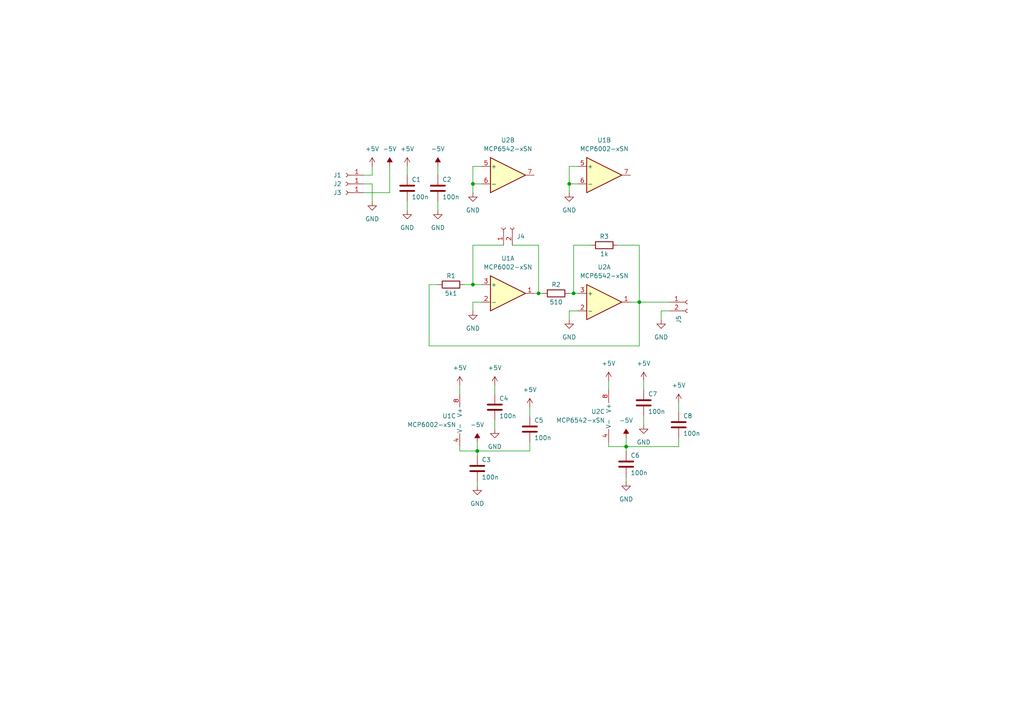
<source format=kicad_sch>
(kicad_sch (version 20211123) (generator eeschema)

  (uuid e63e39d7-6ac0-4ffd-8aa3-1841a4541b55)

  (paper "A4")

  (lib_symbols
    (symbol "Amplifier_Operational:MCP6002-xSN" (pin_names (offset 0.127)) (in_bom yes) (on_board yes)
      (property "Reference" "U" (id 0) (at 0 5.08 0)
        (effects (font (size 1.27 1.27)) (justify left))
      )
      (property "Value" "MCP6002-xSN" (id 1) (at 0 -5.08 0)
        (effects (font (size 1.27 1.27)) (justify left))
      )
      (property "Footprint" "" (id 2) (at 0 0 0)
        (effects (font (size 1.27 1.27)) hide)
      )
      (property "Datasheet" "http://ww1.microchip.com/downloads/en/DeviceDoc/21733j.pdf" (id 3) (at 0 0 0)
        (effects (font (size 1.27 1.27)) hide)
      )
      (property "ki_locked" "" (id 4) (at 0 0 0)
        (effects (font (size 1.27 1.27)))
      )
      (property "ki_keywords" "dual opamp" (id 5) (at 0 0 0)
        (effects (font (size 1.27 1.27)) hide)
      )
      (property "ki_description" "1MHz, Low-Power Op Amp, SOIC-8" (id 6) (at 0 0 0)
        (effects (font (size 1.27 1.27)) hide)
      )
      (property "ki_fp_filters" "SOIC*3.9x4.9mm*P1.27mm* DIP*W7.62mm* TO*99* OnSemi*Micro8* TSSOP*3x3mm*P0.65mm* TSSOP*4.4x3mm*P0.65mm* MSOP*3x3mm*P0.65mm* SSOP*3.9x4.9mm*P0.635mm* LFCSP*2x2mm*P0.5mm* *SIP* SOIC*5.3x6.2mm*P1.27mm*" (id 7) (at 0 0 0)
        (effects (font (size 1.27 1.27)) hide)
      )
      (symbol "MCP6002-xSN_1_1"
        (polyline
          (pts
            (xy -5.08 5.08)
            (xy 5.08 0)
            (xy -5.08 -5.08)
            (xy -5.08 5.08)
          )
          (stroke (width 0.254) (type default) (color 0 0 0 0))
          (fill (type background))
        )
        (pin output line (at 7.62 0 180) (length 2.54)
          (name "~" (effects (font (size 1.27 1.27))))
          (number "1" (effects (font (size 1.27 1.27))))
        )
        (pin input line (at -7.62 -2.54 0) (length 2.54)
          (name "-" (effects (font (size 1.27 1.27))))
          (number "2" (effects (font (size 1.27 1.27))))
        )
        (pin input line (at -7.62 2.54 0) (length 2.54)
          (name "+" (effects (font (size 1.27 1.27))))
          (number "3" (effects (font (size 1.27 1.27))))
        )
      )
      (symbol "MCP6002-xSN_2_1"
        (polyline
          (pts
            (xy -5.08 5.08)
            (xy 5.08 0)
            (xy -5.08 -5.08)
            (xy -5.08 5.08)
          )
          (stroke (width 0.254) (type default) (color 0 0 0 0))
          (fill (type background))
        )
        (pin input line (at -7.62 2.54 0) (length 2.54)
          (name "+" (effects (font (size 1.27 1.27))))
          (number "5" (effects (font (size 1.27 1.27))))
        )
        (pin input line (at -7.62 -2.54 0) (length 2.54)
          (name "-" (effects (font (size 1.27 1.27))))
          (number "6" (effects (font (size 1.27 1.27))))
        )
        (pin output line (at 7.62 0 180) (length 2.54)
          (name "~" (effects (font (size 1.27 1.27))))
          (number "7" (effects (font (size 1.27 1.27))))
        )
      )
      (symbol "MCP6002-xSN_3_1"
        (pin power_in line (at -2.54 -7.62 90) (length 3.81)
          (name "V-" (effects (font (size 1.27 1.27))))
          (number "4" (effects (font (size 1.27 1.27))))
        )
        (pin power_in line (at -2.54 7.62 270) (length 3.81)
          (name "V+" (effects (font (size 1.27 1.27))))
          (number "8" (effects (font (size 1.27 1.27))))
        )
      )
    )
    (symbol "Connector:Conn_01x01_Female" (pin_names (offset 1.016) hide) (in_bom yes) (on_board yes)
      (property "Reference" "J" (id 0) (at 0 2.54 0)
        (effects (font (size 1.27 1.27)))
      )
      (property "Value" "Conn_01x01_Female" (id 1) (at 0 -2.54 0)
        (effects (font (size 1.27 1.27)))
      )
      (property "Footprint" "" (id 2) (at 0 0 0)
        (effects (font (size 1.27 1.27)) hide)
      )
      (property "Datasheet" "~" (id 3) (at 0 0 0)
        (effects (font (size 1.27 1.27)) hide)
      )
      (property "ki_keywords" "connector" (id 4) (at 0 0 0)
        (effects (font (size 1.27 1.27)) hide)
      )
      (property "ki_description" "Generic connector, single row, 01x01, script generated (kicad-library-utils/schlib/autogen/connector/)" (id 5) (at 0 0 0)
        (effects (font (size 1.27 1.27)) hide)
      )
      (property "ki_fp_filters" "Connector*:*" (id 6) (at 0 0 0)
        (effects (font (size 1.27 1.27)) hide)
      )
      (symbol "Conn_01x01_Female_1_1"
        (polyline
          (pts
            (xy -1.27 0)
            (xy -0.508 0)
          )
          (stroke (width 0.1524) (type default) (color 0 0 0 0))
          (fill (type none))
        )
        (arc (start 0 0.508) (mid -0.508 0) (end 0 -0.508)
          (stroke (width 0.1524) (type default) (color 0 0 0 0))
          (fill (type none))
        )
        (pin passive line (at -5.08 0 0) (length 3.81)
          (name "Pin_1" (effects (font (size 1.27 1.27))))
          (number "1" (effects (font (size 1.27 1.27))))
        )
      )
    )
    (symbol "Connector:Conn_01x02_Female" (pin_names (offset 1.016) hide) (in_bom yes) (on_board yes)
      (property "Reference" "J" (id 0) (at 0 2.54 0)
        (effects (font (size 1.27 1.27)))
      )
      (property "Value" "Conn_01x02_Female" (id 1) (at 0 -5.08 0)
        (effects (font (size 1.27 1.27)))
      )
      (property "Footprint" "" (id 2) (at 0 0 0)
        (effects (font (size 1.27 1.27)) hide)
      )
      (property "Datasheet" "~" (id 3) (at 0 0 0)
        (effects (font (size 1.27 1.27)) hide)
      )
      (property "ki_keywords" "connector" (id 4) (at 0 0 0)
        (effects (font (size 1.27 1.27)) hide)
      )
      (property "ki_description" "Generic connector, single row, 01x02, script generated (kicad-library-utils/schlib/autogen/connector/)" (id 5) (at 0 0 0)
        (effects (font (size 1.27 1.27)) hide)
      )
      (property "ki_fp_filters" "Connector*:*_1x??_*" (id 6) (at 0 0 0)
        (effects (font (size 1.27 1.27)) hide)
      )
      (symbol "Conn_01x02_Female_1_1"
        (arc (start 0 -2.032) (mid -0.508 -2.54) (end 0 -3.048)
          (stroke (width 0.1524) (type default) (color 0 0 0 0))
          (fill (type none))
        )
        (polyline
          (pts
            (xy -1.27 -2.54)
            (xy -0.508 -2.54)
          )
          (stroke (width 0.1524) (type default) (color 0 0 0 0))
          (fill (type none))
        )
        (polyline
          (pts
            (xy -1.27 0)
            (xy -0.508 0)
          )
          (stroke (width 0.1524) (type default) (color 0 0 0 0))
          (fill (type none))
        )
        (arc (start 0 0.508) (mid -0.508 0) (end 0 -0.508)
          (stroke (width 0.1524) (type default) (color 0 0 0 0))
          (fill (type none))
        )
        (pin passive line (at -5.08 0 0) (length 3.81)
          (name "Pin_1" (effects (font (size 1.27 1.27))))
          (number "1" (effects (font (size 1.27 1.27))))
        )
        (pin passive line (at -5.08 -2.54 0) (length 3.81)
          (name "Pin_2" (effects (font (size 1.27 1.27))))
          (number "2" (effects (font (size 1.27 1.27))))
        )
      )
    )
    (symbol "Device:C" (pin_numbers hide) (pin_names (offset 0.254)) (in_bom yes) (on_board yes)
      (property "Reference" "C" (id 0) (at 0.635 2.54 0)
        (effects (font (size 1.27 1.27)) (justify left))
      )
      (property "Value" "C" (id 1) (at 0.635 -2.54 0)
        (effects (font (size 1.27 1.27)) (justify left))
      )
      (property "Footprint" "" (id 2) (at 0.9652 -3.81 0)
        (effects (font (size 1.27 1.27)) hide)
      )
      (property "Datasheet" "~" (id 3) (at 0 0 0)
        (effects (font (size 1.27 1.27)) hide)
      )
      (property "ki_keywords" "cap capacitor" (id 4) (at 0 0 0)
        (effects (font (size 1.27 1.27)) hide)
      )
      (property "ki_description" "Unpolarized capacitor" (id 5) (at 0 0 0)
        (effects (font (size 1.27 1.27)) hide)
      )
      (property "ki_fp_filters" "C_*" (id 6) (at 0 0 0)
        (effects (font (size 1.27 1.27)) hide)
      )
      (symbol "C_0_1"
        (polyline
          (pts
            (xy -2.032 -0.762)
            (xy 2.032 -0.762)
          )
          (stroke (width 0.508) (type default) (color 0 0 0 0))
          (fill (type none))
        )
        (polyline
          (pts
            (xy -2.032 0.762)
            (xy 2.032 0.762)
          )
          (stroke (width 0.508) (type default) (color 0 0 0 0))
          (fill (type none))
        )
      )
      (symbol "C_1_1"
        (pin passive line (at 0 3.81 270) (length 2.794)
          (name "~" (effects (font (size 1.27 1.27))))
          (number "1" (effects (font (size 1.27 1.27))))
        )
        (pin passive line (at 0 -3.81 90) (length 2.794)
          (name "~" (effects (font (size 1.27 1.27))))
          (number "2" (effects (font (size 1.27 1.27))))
        )
      )
    )
    (symbol "Device:R" (pin_numbers hide) (pin_names (offset 0)) (in_bom yes) (on_board yes)
      (property "Reference" "R" (id 0) (at 2.032 0 90)
        (effects (font (size 1.27 1.27)))
      )
      (property "Value" "R" (id 1) (at 0 0 90)
        (effects (font (size 1.27 1.27)))
      )
      (property "Footprint" "" (id 2) (at -1.778 0 90)
        (effects (font (size 1.27 1.27)) hide)
      )
      (property "Datasheet" "~" (id 3) (at 0 0 0)
        (effects (font (size 1.27 1.27)) hide)
      )
      (property "ki_keywords" "R res resistor" (id 4) (at 0 0 0)
        (effects (font (size 1.27 1.27)) hide)
      )
      (property "ki_description" "Resistor" (id 5) (at 0 0 0)
        (effects (font (size 1.27 1.27)) hide)
      )
      (property "ki_fp_filters" "R_*" (id 6) (at 0 0 0)
        (effects (font (size 1.27 1.27)) hide)
      )
      (symbol "R_0_1"
        (rectangle (start -1.016 -2.54) (end 1.016 2.54)
          (stroke (width 0.254) (type default) (color 0 0 0 0))
          (fill (type none))
        )
      )
      (symbol "R_1_1"
        (pin passive line (at 0 3.81 270) (length 1.27)
          (name "~" (effects (font (size 1.27 1.27))))
          (number "1" (effects (font (size 1.27 1.27))))
        )
        (pin passive line (at 0 -3.81 90) (length 1.27)
          (name "~" (effects (font (size 1.27 1.27))))
          (number "2" (effects (font (size 1.27 1.27))))
        )
      )
    )
    (symbol "power:+5V" (power) (pin_names (offset 0)) (in_bom yes) (on_board yes)
      (property "Reference" "#PWR" (id 0) (at 0 -3.81 0)
        (effects (font (size 1.27 1.27)) hide)
      )
      (property "Value" "+5V" (id 1) (at 0 3.556 0)
        (effects (font (size 1.27 1.27)))
      )
      (property "Footprint" "" (id 2) (at 0 0 0)
        (effects (font (size 1.27 1.27)) hide)
      )
      (property "Datasheet" "" (id 3) (at 0 0 0)
        (effects (font (size 1.27 1.27)) hide)
      )
      (property "ki_keywords" "power-flag" (id 4) (at 0 0 0)
        (effects (font (size 1.27 1.27)) hide)
      )
      (property "ki_description" "Power symbol creates a global label with name \"+5V\"" (id 5) (at 0 0 0)
        (effects (font (size 1.27 1.27)) hide)
      )
      (symbol "+5V_0_1"
        (polyline
          (pts
            (xy -0.762 1.27)
            (xy 0 2.54)
          )
          (stroke (width 0) (type default) (color 0 0 0 0))
          (fill (type none))
        )
        (polyline
          (pts
            (xy 0 0)
            (xy 0 2.54)
          )
          (stroke (width 0) (type default) (color 0 0 0 0))
          (fill (type none))
        )
        (polyline
          (pts
            (xy 0 2.54)
            (xy 0.762 1.27)
          )
          (stroke (width 0) (type default) (color 0 0 0 0))
          (fill (type none))
        )
      )
      (symbol "+5V_1_1"
        (pin power_in line (at 0 0 90) (length 0) hide
          (name "+5V" (effects (font (size 1.27 1.27))))
          (number "1" (effects (font (size 1.27 1.27))))
        )
      )
    )
    (symbol "power:-5V" (power) (pin_names (offset 0)) (in_bom yes) (on_board yes)
      (property "Reference" "#PWR" (id 0) (at 0 2.54 0)
        (effects (font (size 1.27 1.27)) hide)
      )
      (property "Value" "-5V" (id 1) (at 0 3.81 0)
        (effects (font (size 1.27 1.27)))
      )
      (property "Footprint" "" (id 2) (at 0 0 0)
        (effects (font (size 1.27 1.27)) hide)
      )
      (property "Datasheet" "" (id 3) (at 0 0 0)
        (effects (font (size 1.27 1.27)) hide)
      )
      (property "ki_keywords" "power-flag" (id 4) (at 0 0 0)
        (effects (font (size 1.27 1.27)) hide)
      )
      (property "ki_description" "Power symbol creates a global label with name \"-5V\"" (id 5) (at 0 0 0)
        (effects (font (size 1.27 1.27)) hide)
      )
      (symbol "-5V_0_0"
        (pin power_in line (at 0 0 90) (length 0) hide
          (name "-5V" (effects (font (size 1.27 1.27))))
          (number "1" (effects (font (size 1.27 1.27))))
        )
      )
      (symbol "-5V_0_1"
        (polyline
          (pts
            (xy 0 0)
            (xy 0 1.27)
            (xy 0.762 1.27)
            (xy 0 2.54)
            (xy -0.762 1.27)
            (xy 0 1.27)
          )
          (stroke (width 0) (type default) (color 0 0 0 0))
          (fill (type outline))
        )
      )
    )
    (symbol "power:GND" (power) (pin_names (offset 0)) (in_bom yes) (on_board yes)
      (property "Reference" "#PWR" (id 0) (at 0 -6.35 0)
        (effects (font (size 1.27 1.27)) hide)
      )
      (property "Value" "GND" (id 1) (at 0 -3.81 0)
        (effects (font (size 1.27 1.27)))
      )
      (property "Footprint" "" (id 2) (at 0 0 0)
        (effects (font (size 1.27 1.27)) hide)
      )
      (property "Datasheet" "" (id 3) (at 0 0 0)
        (effects (font (size 1.27 1.27)) hide)
      )
      (property "ki_keywords" "power-flag" (id 4) (at 0 0 0)
        (effects (font (size 1.27 1.27)) hide)
      )
      (property "ki_description" "Power symbol creates a global label with name \"GND\" , ground" (id 5) (at 0 0 0)
        (effects (font (size 1.27 1.27)) hide)
      )
      (symbol "GND_0_1"
        (polyline
          (pts
            (xy 0 0)
            (xy 0 -1.27)
            (xy 1.27 -1.27)
            (xy 0 -2.54)
            (xy -1.27 -1.27)
            (xy 0 -1.27)
          )
          (stroke (width 0) (type default) (color 0 0 0 0))
          (fill (type none))
        )
      )
      (symbol "GND_1_1"
        (pin power_in line (at 0 0 270) (length 0) hide
          (name "GND" (effects (font (size 1.27 1.27))))
          (number "1" (effects (font (size 1.27 1.27))))
        )
      )
    )
  )

  (junction (at 137.16 82.55) (diameter 0) (color 0 0 0 0)
    (uuid 02c204a9-09fd-4295-94c6-a37c915310ed)
  )
  (junction (at 165.1 53.34) (diameter 0) (color 0 0 0 0)
    (uuid 1cb876b5-3455-4deb-a352-fba7c2a82666)
  )
  (junction (at 156.21 85.09) (diameter 0) (color 0 0 0 0)
    (uuid 44a9ebd3-2b14-4b52-9219-5462d7610096)
  )
  (junction (at 138.43 130.81) (diameter 0) (color 0 0 0 0)
    (uuid 50169da6-a500-40d4-9b5b-72521d839cce)
  )
  (junction (at 185.42 87.63) (diameter 0) (color 0 0 0 0)
    (uuid 98568e9f-fe47-425d-9ef5-ed32348df678)
  )
  (junction (at 137.16 53.34) (diameter 0) (color 0 0 0 0)
    (uuid a8645d85-fa83-4963-b6b6-c3b18727b030)
  )
  (junction (at 181.61 129.54) (diameter 0) (color 0 0 0 0)
    (uuid e1a17dd3-43fe-462c-b9dd-91f61f4770dd)
  )
  (junction (at 166.37 85.09) (diameter 0) (color 0 0 0 0)
    (uuid e739a248-d511-4679-b92e-98ad52d4151a)
  )

  (wire (pts (xy 113.03 48.26) (xy 113.03 55.88))
    (stroke (width 0) (type default) (color 0 0 0 0))
    (uuid 04ced622-6cfd-4eb5-91bc-2c396a5592ba)
  )
  (wire (pts (xy 153.67 130.81) (xy 138.43 130.81))
    (stroke (width 0) (type default) (color 0 0 0 0))
    (uuid 0aceb300-7bf0-4c9b-b0e7-858d12e49a3b)
  )
  (wire (pts (xy 105.41 53.34) (xy 107.95 53.34))
    (stroke (width 0) (type default) (color 0 0 0 0))
    (uuid 0b8d100f-a587-4e3b-ab9d-57daaa9b0f24)
  )
  (wire (pts (xy 185.42 87.63) (xy 194.31 87.63))
    (stroke (width 0) (type default) (color 0 0 0 0))
    (uuid 0c0ce98a-2a3a-49b5-9e42-f95c0b1d7bd0)
  )
  (wire (pts (xy 137.16 53.34) (xy 139.7 53.34))
    (stroke (width 0) (type default) (color 0 0 0 0))
    (uuid 0e2e71d8-c6fb-4cb9-82bf-e16cc0fdb311)
  )
  (wire (pts (xy 194.31 90.17) (xy 191.77 90.17))
    (stroke (width 0) (type default) (color 0 0 0 0))
    (uuid 1e920811-1557-4d44-8d87-495535cd5e89)
  )
  (wire (pts (xy 165.1 53.34) (xy 165.1 55.88))
    (stroke (width 0) (type default) (color 0 0 0 0))
    (uuid 1f9c7422-1e77-4e92-b945-169aac2cf718)
  )
  (wire (pts (xy 181.61 129.54) (xy 176.53 129.54))
    (stroke (width 0) (type default) (color 0 0 0 0))
    (uuid 22880670-dfb2-4bba-bfe3-91aaa6b146a2)
  )
  (wire (pts (xy 137.16 82.55) (xy 137.16 71.12))
    (stroke (width 0) (type default) (color 0 0 0 0))
    (uuid 28c46ba8-f4be-4139-b761-a0e2ed330aff)
  )
  (wire (pts (xy 165.1 90.17) (xy 167.64 90.17))
    (stroke (width 0) (type default) (color 0 0 0 0))
    (uuid 324db6af-ffc1-4c0a-b421-95a3d625fcb8)
  )
  (wire (pts (xy 182.88 87.63) (xy 185.42 87.63))
    (stroke (width 0) (type default) (color 0 0 0 0))
    (uuid 35e6168d-2888-40f5-8bc0-8d505dde2410)
  )
  (wire (pts (xy 138.43 139.7) (xy 138.43 140.97))
    (stroke (width 0) (type default) (color 0 0 0 0))
    (uuid 383ef2f8-67cb-4a3a-bbc8-5d777028d2e6)
  )
  (wire (pts (xy 118.11 58.42) (xy 118.11 60.96))
    (stroke (width 0) (type default) (color 0 0 0 0))
    (uuid 3aabdf6f-fa33-40f7-8079-441eb2d54fb9)
  )
  (wire (pts (xy 105.41 50.8) (xy 107.95 50.8))
    (stroke (width 0) (type default) (color 0 0 0 0))
    (uuid 418d6adb-d999-4088-b02d-6d219c12914e)
  )
  (wire (pts (xy 107.95 50.8) (xy 107.95 48.26))
    (stroke (width 0) (type default) (color 0 0 0 0))
    (uuid 427acdb9-e837-499d-bdfa-62a1796c0a16)
  )
  (wire (pts (xy 166.37 85.09) (xy 167.64 85.09))
    (stroke (width 0) (type default) (color 0 0 0 0))
    (uuid 448fb891-e19e-4e39-a251-5491f9d04ff8)
  )
  (wire (pts (xy 127 48.26) (xy 127 50.8))
    (stroke (width 0) (type default) (color 0 0 0 0))
    (uuid 451cc8dc-194a-4e49-af4e-2ce16e822ae2)
  )
  (wire (pts (xy 179.07 71.12) (xy 185.42 71.12))
    (stroke (width 0) (type default) (color 0 0 0 0))
    (uuid 457d739c-70e9-44a5-a3fe-6f8eb63f20d5)
  )
  (wire (pts (xy 107.95 53.34) (xy 107.95 58.42))
    (stroke (width 0) (type default) (color 0 0 0 0))
    (uuid 46f2a347-0164-4701-992d-91da1640a7d0)
  )
  (wire (pts (xy 156.21 71.12) (xy 156.21 85.09))
    (stroke (width 0) (type default) (color 0 0 0 0))
    (uuid 491a9f3a-425a-478c-a5b1-33c3ce96de22)
  )
  (wire (pts (xy 137.16 71.12) (xy 146.05 71.12))
    (stroke (width 0) (type default) (color 0 0 0 0))
    (uuid 4f5365f6-2699-42e4-9f0d-4b575c0794ec)
  )
  (wire (pts (xy 191.77 90.17) (xy 191.77 92.71))
    (stroke (width 0) (type default) (color 0 0 0 0))
    (uuid 522c36cd-b78a-405b-8250-3098ddfa5e01)
  )
  (wire (pts (xy 196.85 129.54) (xy 181.61 129.54))
    (stroke (width 0) (type default) (color 0 0 0 0))
    (uuid 53d1d6da-eb39-4d0d-accd-c1200afc880c)
  )
  (wire (pts (xy 165.1 53.34) (xy 167.64 53.34))
    (stroke (width 0) (type default) (color 0 0 0 0))
    (uuid 5f46083a-6331-459b-9d3e-9f392864b475)
  )
  (wire (pts (xy 138.43 128.27) (xy 138.43 130.81))
    (stroke (width 0) (type default) (color 0 0 0 0))
    (uuid 5fa603c9-843c-4c8d-b33e-4eb84c70242f)
  )
  (wire (pts (xy 181.61 129.54) (xy 181.61 130.81))
    (stroke (width 0) (type default) (color 0 0 0 0))
    (uuid 68b05cf2-c967-44bd-99d3-dcb0eab75667)
  )
  (wire (pts (xy 166.37 71.12) (xy 166.37 85.09))
    (stroke (width 0) (type default) (color 0 0 0 0))
    (uuid 6c3a4a37-01ca-4bdc-8d1b-7ba403960e15)
  )
  (wire (pts (xy 143.51 111.76) (xy 143.51 114.3))
    (stroke (width 0) (type default) (color 0 0 0 0))
    (uuid 70811bcf-c155-4147-ba0a-569a7853fea1)
  )
  (wire (pts (xy 105.41 55.88) (xy 113.03 55.88))
    (stroke (width 0) (type default) (color 0 0 0 0))
    (uuid 73e2597c-4856-45b0-ace3-05a9c610091b)
  )
  (wire (pts (xy 156.21 85.09) (xy 157.48 85.09))
    (stroke (width 0) (type default) (color 0 0 0 0))
    (uuid 75d04863-df88-4f4c-9ba9-78df706a7b10)
  )
  (wire (pts (xy 124.46 82.55) (xy 124.46 100.33))
    (stroke (width 0) (type default) (color 0 0 0 0))
    (uuid 76d52d65-4162-406f-a08d-48621a4cbeae)
  )
  (wire (pts (xy 165.1 92.71) (xy 165.1 90.17))
    (stroke (width 0) (type default) (color 0 0 0 0))
    (uuid 7a0e33a7-caf2-4ada-9c1c-223525e3b241)
  )
  (wire (pts (xy 176.53 110.49) (xy 176.53 113.03))
    (stroke (width 0) (type default) (color 0 0 0 0))
    (uuid 7a65864a-dbf0-43bd-b2bd-c6e43cb9b534)
  )
  (wire (pts (xy 181.61 127) (xy 181.61 129.54))
    (stroke (width 0) (type default) (color 0 0 0 0))
    (uuid 7ee15886-a518-4fea-8941-bc072ccc73f1)
  )
  (wire (pts (xy 185.42 71.12) (xy 185.42 87.63))
    (stroke (width 0) (type default) (color 0 0 0 0))
    (uuid 835e4e36-d9ad-4b0f-98a1-300f444fba03)
  )
  (wire (pts (xy 118.11 48.26) (xy 118.11 50.8))
    (stroke (width 0) (type default) (color 0 0 0 0))
    (uuid 87bd545b-fc89-4f96-a2bb-b6805c2341c8)
  )
  (wire (pts (xy 137.16 48.26) (xy 139.7 48.26))
    (stroke (width 0) (type default) (color 0 0 0 0))
    (uuid 881abf44-14f0-4aff-9acc-37faaf908ff2)
  )
  (wire (pts (xy 138.43 130.81) (xy 133.35 130.81))
    (stroke (width 0) (type default) (color 0 0 0 0))
    (uuid 8f02d9ec-adef-4d1f-8fca-712791558ac8)
  )
  (wire (pts (xy 186.69 120.65) (xy 186.69 123.19))
    (stroke (width 0) (type default) (color 0 0 0 0))
    (uuid 9df708db-1ab5-4e87-8110-35e4fba7f2c8)
  )
  (wire (pts (xy 176.53 128.27) (xy 176.53 129.54))
    (stroke (width 0) (type default) (color 0 0 0 0))
    (uuid 9eedd999-b0b5-4874-a850-04ef2e1084f3)
  )
  (wire (pts (xy 133.35 129.54) (xy 133.35 130.81))
    (stroke (width 0) (type default) (color 0 0 0 0))
    (uuid a0f5f271-f3be-4c9c-8e22-ce194da74d0e)
  )
  (wire (pts (xy 138.43 130.81) (xy 138.43 132.08))
    (stroke (width 0) (type default) (color 0 0 0 0))
    (uuid a1e70db3-c42a-4614-b0ae-71ed24f94c34)
  )
  (wire (pts (xy 181.61 138.43) (xy 181.61 139.7))
    (stroke (width 0) (type default) (color 0 0 0 0))
    (uuid a234b78f-c490-447e-8d1a-b5659892f034)
  )
  (wire (pts (xy 153.67 128.27) (xy 153.67 130.81))
    (stroke (width 0) (type default) (color 0 0 0 0))
    (uuid a74f23ed-7388-44fe-9862-a5765c31af6d)
  )
  (wire (pts (xy 196.85 116.84) (xy 196.85 119.38))
    (stroke (width 0) (type default) (color 0 0 0 0))
    (uuid a7811aa5-d87a-4890-a892-d9e82518222d)
  )
  (wire (pts (xy 171.45 71.12) (xy 166.37 71.12))
    (stroke (width 0) (type default) (color 0 0 0 0))
    (uuid aa6c06b5-383b-46af-8b7a-b7bc9d1fc5a5)
  )
  (wire (pts (xy 134.62 82.55) (xy 137.16 82.55))
    (stroke (width 0) (type default) (color 0 0 0 0))
    (uuid ad5844d2-d5d6-465d-a528-5996f55f7f4a)
  )
  (wire (pts (xy 137.16 90.17) (xy 137.16 87.63))
    (stroke (width 0) (type default) (color 0 0 0 0))
    (uuid af85a2df-c4f3-4f34-a8c3-94250e78b73c)
  )
  (wire (pts (xy 186.69 110.49) (xy 186.69 113.03))
    (stroke (width 0) (type default) (color 0 0 0 0))
    (uuid b4e4a677-3d54-44f6-a9c8-f7a2c156d556)
  )
  (wire (pts (xy 143.51 121.92) (xy 143.51 124.46))
    (stroke (width 0) (type default) (color 0 0 0 0))
    (uuid bc3fa71f-2e3b-459c-8cdf-44d066152c02)
  )
  (wire (pts (xy 154.94 85.09) (xy 156.21 85.09))
    (stroke (width 0) (type default) (color 0 0 0 0))
    (uuid c38b475b-2942-4f73-8d8d-050641aed435)
  )
  (wire (pts (xy 196.85 127) (xy 196.85 129.54))
    (stroke (width 0) (type default) (color 0 0 0 0))
    (uuid c4d3ed1f-9f50-472a-a81c-4500c3f26eaa)
  )
  (wire (pts (xy 133.35 111.76) (xy 133.35 114.3))
    (stroke (width 0) (type default) (color 0 0 0 0))
    (uuid c59d77f7-3917-4fce-bc5b-b1e3f7c6d867)
  )
  (wire (pts (xy 165.1 48.26) (xy 165.1 53.34))
    (stroke (width 0) (type default) (color 0 0 0 0))
    (uuid c5a9a9b1-c824-4e4c-92aa-ae01cc5e8bf5)
  )
  (wire (pts (xy 165.1 85.09) (xy 166.37 85.09))
    (stroke (width 0) (type default) (color 0 0 0 0))
    (uuid c60b2332-c089-46bc-83ea-4b03ccdfc451)
  )
  (wire (pts (xy 148.59 71.12) (xy 156.21 71.12))
    (stroke (width 0) (type default) (color 0 0 0 0))
    (uuid c94c3ec7-cacc-4a9b-bb4c-35245c68afd9)
  )
  (wire (pts (xy 127 58.42) (xy 127 60.96))
    (stroke (width 0) (type default) (color 0 0 0 0))
    (uuid caf205e6-8abf-499d-ac86-a55df50a906a)
  )
  (wire (pts (xy 137.16 87.63) (xy 139.7 87.63))
    (stroke (width 0) (type default) (color 0 0 0 0))
    (uuid d1bf5a3e-f017-42d8-bf24-7a2e45850611)
  )
  (wire (pts (xy 127 82.55) (xy 124.46 82.55))
    (stroke (width 0) (type default) (color 0 0 0 0))
    (uuid d8732b33-af0d-4dc4-ba1e-2fe739bb70dd)
  )
  (wire (pts (xy 167.64 48.26) (xy 165.1 48.26))
    (stroke (width 0) (type default) (color 0 0 0 0))
    (uuid da50817e-65d9-42d9-af84-8d3585d8167b)
  )
  (wire (pts (xy 137.16 53.34) (xy 137.16 48.26))
    (stroke (width 0) (type default) (color 0 0 0 0))
    (uuid db6c906a-f901-4574-a900-5942838c58da)
  )
  (wire (pts (xy 153.67 118.11) (xy 153.67 120.65))
    (stroke (width 0) (type default) (color 0 0 0 0))
    (uuid e6fd8367-78b2-4f62-94e2-cc00d8b2e161)
  )
  (wire (pts (xy 137.16 82.55) (xy 139.7 82.55))
    (stroke (width 0) (type default) (color 0 0 0 0))
    (uuid f2da1a7b-d890-422b-8e3f-9c8a059cd113)
  )
  (wire (pts (xy 124.46 100.33) (xy 185.42 100.33))
    (stroke (width 0) (type default) (color 0 0 0 0))
    (uuid f94d4466-a4c2-4da6-95d1-9edc787a9ae7)
  )
  (wire (pts (xy 185.42 100.33) (xy 185.42 87.63))
    (stroke (width 0) (type default) (color 0 0 0 0))
    (uuid fdbbed97-700a-4298-99b2-df899954c852)
  )
  (wire (pts (xy 137.16 55.88) (xy 137.16 53.34))
    (stroke (width 0) (type default) (color 0 0 0 0))
    (uuid ff758ea0-2ada-460f-9336-6aad3f7fa418)
  )

  (symbol (lib_id "power:GND") (at 165.1 55.88 0) (unit 1)
    (in_bom yes) (on_board yes) (fields_autoplaced)
    (uuid 00d198f9-961e-4044-bfd0-e576bc006311)
    (property "Reference" "#PWR016" (id 0) (at 165.1 62.23 0)
      (effects (font (size 1.27 1.27)) hide)
    )
    (property "Value" "GND" (id 1) (at 165.1 60.96 0))
    (property "Footprint" "" (id 2) (at 165.1 55.88 0)
      (effects (font (size 1.27 1.27)) hide)
    )
    (property "Datasheet" "" (id 3) (at 165.1 55.88 0)
      (effects (font (size 1.27 1.27)) hide)
    )
    (pin "1" (uuid f84ae9ff-a31e-4552-b88c-b77e6a0c96b4))
  )

  (symbol (lib_id "power:-5V") (at 181.61 127 0) (unit 1)
    (in_bom yes) (on_board yes) (fields_autoplaced)
    (uuid 0cadde68-8d45-4768-a3a5-bb62da444f47)
    (property "Reference" "#PWR019" (id 0) (at 181.61 124.46 0)
      (effects (font (size 1.27 1.27)) hide)
    )
    (property "Value" "-5V" (id 1) (at 181.61 121.92 0))
    (property "Footprint" "" (id 2) (at 181.61 127 0)
      (effects (font (size 1.27 1.27)) hide)
    )
    (property "Datasheet" "" (id 3) (at 181.61 127 0)
      (effects (font (size 1.27 1.27)) hide)
    )
    (pin "1" (uuid de03da26-a27a-4b22-91b8-3a574845d6f6))
  )

  (symbol (lib_id "Device:C") (at 138.43 135.89 0) (unit 1)
    (in_bom yes) (on_board yes)
    (uuid 14205061-88c0-4349-8c14-8bff46fa3014)
    (property "Reference" "C3" (id 0) (at 139.7 133.35 0)
      (effects (font (size 1.27 1.27)) (justify left))
    )
    (property "Value" "100n" (id 1) (at 139.7 138.43 0)
      (effects (font (size 1.27 1.27)) (justify left))
    )
    (property "Footprint" "Capacitor_SMD:C_0805_2012Metric_Pad1.18x1.45mm_HandSolder" (id 2) (at 139.3952 139.7 0)
      (effects (font (size 1.27 1.27)) hide)
    )
    (property "Datasheet" "~" (id 3) (at 138.43 135.89 0)
      (effects (font (size 1.27 1.27)) hide)
    )
    (pin "1" (uuid a25a2b2d-ed41-4dad-9481-5999a83606a5))
    (pin "2" (uuid 769c6720-fa66-413f-9468-a73f9122dc4f))
  )

  (symbol (lib_id "power:GND") (at 191.77 92.71 0) (unit 1)
    (in_bom yes) (on_board yes) (fields_autoplaced)
    (uuid 166a0781-2285-42bb-8cd2-e52a643a88ef)
    (property "Reference" "#PWR023" (id 0) (at 191.77 99.06 0)
      (effects (font (size 1.27 1.27)) hide)
    )
    (property "Value" "GND" (id 1) (at 191.77 97.79 0))
    (property "Footprint" "" (id 2) (at 191.77 92.71 0)
      (effects (font (size 1.27 1.27)) hide)
    )
    (property "Datasheet" "" (id 3) (at 191.77 92.71 0)
      (effects (font (size 1.27 1.27)) hide)
    )
    (pin "1" (uuid 19dcdfc0-e082-4562-b0cd-42a8bdce552d))
  )

  (symbol (lib_id "power:+5V") (at 176.53 110.49 0) (unit 1)
    (in_bom yes) (on_board yes) (fields_autoplaced)
    (uuid 17e3457c-cc46-4d62-83bc-a78fa5377fa7)
    (property "Reference" "#PWR018" (id 0) (at 176.53 114.3 0)
      (effects (font (size 1.27 1.27)) hide)
    )
    (property "Value" "+5V" (id 1) (at 176.53 105.41 0))
    (property "Footprint" "" (id 2) (at 176.53 110.49 0)
      (effects (font (size 1.27 1.27)) hide)
    )
    (property "Datasheet" "" (id 3) (at 176.53 110.49 0)
      (effects (font (size 1.27 1.27)) hide)
    )
    (pin "1" (uuid b773ca43-283d-4397-b17a-ea60b69291fc))
  )

  (symbol (lib_id "power:GND") (at 137.16 55.88 0) (unit 1)
    (in_bom yes) (on_board yes) (fields_autoplaced)
    (uuid 1ee46f38-e002-4d3e-ad64-8a0e5f2fcd53)
    (property "Reference" "#PWR09" (id 0) (at 137.16 62.23 0)
      (effects (font (size 1.27 1.27)) hide)
    )
    (property "Value" "GND" (id 1) (at 137.16 60.96 0))
    (property "Footprint" "" (id 2) (at 137.16 55.88 0)
      (effects (font (size 1.27 1.27)) hide)
    )
    (property "Datasheet" "" (id 3) (at 137.16 55.88 0)
      (effects (font (size 1.27 1.27)) hide)
    )
    (pin "1" (uuid 244a08c3-3e40-487a-bf72-768fa3af4139))
  )

  (symbol (lib_id "power:GND") (at 143.51 124.46 0) (unit 1)
    (in_bom yes) (on_board yes) (fields_autoplaced)
    (uuid 1feb6ece-bd9a-4225-85af-d0a4ba187a3a)
    (property "Reference" "#PWR014" (id 0) (at 143.51 130.81 0)
      (effects (font (size 1.27 1.27)) hide)
    )
    (property "Value" "GND" (id 1) (at 143.51 129.54 0))
    (property "Footprint" "" (id 2) (at 143.51 124.46 0)
      (effects (font (size 1.27 1.27)) hide)
    )
    (property "Datasheet" "" (id 3) (at 143.51 124.46 0)
      (effects (font (size 1.27 1.27)) hide)
    )
    (pin "1" (uuid 990b3d8f-5bd3-4b5f-bc82-c1af37b6cc32))
  )

  (symbol (lib_id "power:-5V") (at 127 48.26 0) (unit 1)
    (in_bom yes) (on_board yes) (fields_autoplaced)
    (uuid 213105c1-d706-4d0a-a6fd-c15ea99a2874)
    (property "Reference" "#PWR06" (id 0) (at 127 45.72 0)
      (effects (font (size 1.27 1.27)) hide)
    )
    (property "Value" "-5V" (id 1) (at 127 43.18 0))
    (property "Footprint" "" (id 2) (at 127 48.26 0)
      (effects (font (size 1.27 1.27)) hide)
    )
    (property "Datasheet" "" (id 3) (at 127 48.26 0)
      (effects (font (size 1.27 1.27)) hide)
    )
    (pin "1" (uuid c05e929c-32f7-40a6-99ab-346c25c57694))
  )

  (symbol (lib_id "power:+5V") (at 133.35 111.76 0) (unit 1)
    (in_bom yes) (on_board yes) (fields_autoplaced)
    (uuid 22f52919-6003-484d-9b63-6c3b45810536)
    (property "Reference" "#PWR08" (id 0) (at 133.35 115.57 0)
      (effects (font (size 1.27 1.27)) hide)
    )
    (property "Value" "+5V" (id 1) (at 133.35 106.68 0))
    (property "Footprint" "" (id 2) (at 133.35 111.76 0)
      (effects (font (size 1.27 1.27)) hide)
    )
    (property "Datasheet" "" (id 3) (at 133.35 111.76 0)
      (effects (font (size 1.27 1.27)) hide)
    )
    (pin "1" (uuid 7eedacd5-7faf-4f16-aa24-acdbd4aba133))
  )

  (symbol (lib_id "power:+5V") (at 107.95 48.26 0) (unit 1)
    (in_bom yes) (on_board yes) (fields_autoplaced)
    (uuid 2d5c2622-2678-424e-aff6-cc8699c41a20)
    (property "Reference" "#PWR01" (id 0) (at 107.95 52.07 0)
      (effects (font (size 1.27 1.27)) hide)
    )
    (property "Value" "+5V" (id 1) (at 107.95 43.18 0))
    (property "Footprint" "" (id 2) (at 107.95 48.26 0)
      (effects (font (size 1.27 1.27)) hide)
    )
    (property "Datasheet" "" (id 3) (at 107.95 48.26 0)
      (effects (font (size 1.27 1.27)) hide)
    )
    (pin "1" (uuid 22d51881-2d7f-4c92-a2ca-d079da0cdb02))
  )

  (symbol (lib_id "power:GND") (at 138.43 140.97 0) (unit 1)
    (in_bom yes) (on_board yes) (fields_autoplaced)
    (uuid 36332946-2c00-4e4b-9408-8d8763e0999e)
    (property "Reference" "#PWR012" (id 0) (at 138.43 147.32 0)
      (effects (font (size 1.27 1.27)) hide)
    )
    (property "Value" "GND" (id 1) (at 138.43 146.05 0))
    (property "Footprint" "" (id 2) (at 138.43 140.97 0)
      (effects (font (size 1.27 1.27)) hide)
    )
    (property "Datasheet" "" (id 3) (at 138.43 140.97 0)
      (effects (font (size 1.27 1.27)) hide)
    )
    (pin "1" (uuid 0605591e-400e-4903-b8a1-f20e007c9abc))
  )

  (symbol (lib_id "Device:C") (at 127 54.61 0) (unit 1)
    (in_bom yes) (on_board yes)
    (uuid 4684f788-9796-4220-b820-5ed1072bd9fd)
    (property "Reference" "C2" (id 0) (at 128.27 52.07 0)
      (effects (font (size 1.27 1.27)) (justify left))
    )
    (property "Value" "100n" (id 1) (at 128.27 57.15 0)
      (effects (font (size 1.27 1.27)) (justify left))
    )
    (property "Footprint" "Capacitor_SMD:C_0805_2012Metric_Pad1.18x1.45mm_HandSolder" (id 2) (at 127.9652 58.42 0)
      (effects (font (size 1.27 1.27)) hide)
    )
    (property "Datasheet" "~" (id 3) (at 127 54.61 0)
      (effects (font (size 1.27 1.27)) hide)
    )
    (pin "1" (uuid f2da1a7b-d890-422b-8e3f-9c8a059cd113))
    (pin "2" (uuid d65c8a0d-36d3-482e-baaf-0d0d71d94f73))
  )

  (symbol (lib_id "power:GND") (at 165.1 92.71 0) (unit 1)
    (in_bom yes) (on_board yes) (fields_autoplaced)
    (uuid 47941cd1-b5c0-40bd-bc68-af434db15455)
    (property "Reference" "#PWR017" (id 0) (at 165.1 99.06 0)
      (effects (font (size 1.27 1.27)) hide)
    )
    (property "Value" "GND" (id 1) (at 165.1 97.79 0))
    (property "Footprint" "" (id 2) (at 165.1 92.71 0)
      (effects (font (size 1.27 1.27)) hide)
    )
    (property "Datasheet" "" (id 3) (at 165.1 92.71 0)
      (effects (font (size 1.27 1.27)) hide)
    )
    (pin "1" (uuid 86f1676e-dcb9-45b4-8852-d1b0e5fb3022))
  )

  (symbol (lib_id "Device:C") (at 143.51 118.11 0) (unit 1)
    (in_bom yes) (on_board yes)
    (uuid 4820a2af-42e2-4422-bc5d-e6ae404dab96)
    (property "Reference" "C4" (id 0) (at 144.78 115.57 0)
      (effects (font (size 1.27 1.27)) (justify left))
    )
    (property "Value" "100n" (id 1) (at 144.78 120.65 0)
      (effects (font (size 1.27 1.27)) (justify left))
    )
    (property "Footprint" "Capacitor_SMD:C_0805_2012Metric_Pad1.18x1.45mm_HandSolder" (id 2) (at 144.4752 121.92 0)
      (effects (font (size 1.27 1.27)) hide)
    )
    (property "Datasheet" "~" (id 3) (at 143.51 118.11 0)
      (effects (font (size 1.27 1.27)) hide)
    )
    (pin "1" (uuid 6b32960b-22a4-4a41-93f7-e8b1d1d38aae))
    (pin "2" (uuid b938904b-6efb-4199-9eaf-0ed859b04dd5))
  )

  (symbol (lib_id "Connector:Conn_01x02_Female") (at 199.39 87.63 0) (unit 1)
    (in_bom yes) (on_board yes)
    (uuid 4d9be78c-875a-47a7-9be1-c6b745ba305e)
    (property "Reference" "J5" (id 0) (at 196.85 91.44 90)
      (effects (font (size 1.27 1.27)) (justify right))
    )
    (property "Value" "Conn_01x02_Female" (id 1) (at 201.93 80.01 90)
      (effects (font (size 1.27 1.27)) (justify right) hide)
    )
    (property "Footprint" "Connector_PinHeader_2.54mm:PinHeader_1x02_P2.54mm_Vertical" (id 2) (at 199.39 87.63 0)
      (effects (font (size 1.27 1.27)) hide)
    )
    (property "Datasheet" "~" (id 3) (at 199.39 87.63 0)
      (effects (font (size 1.27 1.27)) hide)
    )
    (pin "1" (uuid 79410cbf-1555-4f71-b70c-856d46713c4a))
    (pin "2" (uuid 6260647d-2c1d-46f5-8a51-f5e9d3c8d8ee))
  )

  (symbol (lib_id "Device:C") (at 186.69 116.84 0) (unit 1)
    (in_bom yes) (on_board yes)
    (uuid 75a9ffd0-6d9e-4d55-bd93-1b1ce7e243dc)
    (property "Reference" "C7" (id 0) (at 187.96 114.3 0)
      (effects (font (size 1.27 1.27)) (justify left))
    )
    (property "Value" "100n" (id 1) (at 187.96 119.38 0)
      (effects (font (size 1.27 1.27)) (justify left))
    )
    (property "Footprint" "Capacitor_SMD:C_0805_2012Metric_Pad1.18x1.45mm_HandSolder" (id 2) (at 187.6552 120.65 0)
      (effects (font (size 1.27 1.27)) hide)
    )
    (property "Datasheet" "~" (id 3) (at 186.69 116.84 0)
      (effects (font (size 1.27 1.27)) hide)
    )
    (pin "1" (uuid 4bdcff27-fb2a-483f-9775-16a3b1c95118))
    (pin "2" (uuid fb304e44-716e-451a-a594-b678768de664))
  )

  (symbol (lib_id "Connector:Conn_01x01_Female") (at 100.33 53.34 0) (mirror y) (unit 1)
    (in_bom yes) (on_board yes)
    (uuid 783d0424-d861-4099-b801-e9c190abdd04)
    (property "Reference" "J2" (id 0) (at 99.06 53.34 0)
      (effects (font (size 1.27 1.27)) (justify left))
    )
    (property "Value" "Conn_01x01_Female" (id 1) (at 99.06 54.6099 0)
      (effects (font (size 1.27 1.27)) (justify left) hide)
    )
    (property "Footprint" "Connector_PinHeader_2.54mm:PinHeader_1x01_P2.54mm_Vertical" (id 2) (at 100.33 53.34 0)
      (effects (font (size 1.27 1.27)) hide)
    )
    (property "Datasheet" "~" (id 3) (at 100.33 53.34 0)
      (effects (font (size 1.27 1.27)) hide)
    )
    (pin "1" (uuid b3274ad6-8fc5-4415-aa3a-43c592e4d682))
  )

  (symbol (lib_id "power:+5V") (at 196.85 116.84 0) (unit 1)
    (in_bom yes) (on_board yes) (fields_autoplaced)
    (uuid 7c8914de-c925-4075-b5b8-1ed116b0d291)
    (property "Reference" "#PWR024" (id 0) (at 196.85 120.65 0)
      (effects (font (size 1.27 1.27)) hide)
    )
    (property "Value" "+5V" (id 1) (at 196.85 111.76 0))
    (property "Footprint" "" (id 2) (at 196.85 116.84 0)
      (effects (font (size 1.27 1.27)) hide)
    )
    (property "Datasheet" "" (id 3) (at 196.85 116.84 0)
      (effects (font (size 1.27 1.27)) hide)
    )
    (pin "1" (uuid 2c45c083-fb57-4da8-8ead-9e14b0ab0f15))
  )

  (symbol (lib_id "Amplifier_Operational:MCP6002-xSN") (at 147.32 50.8 0) (unit 2)
    (in_bom yes) (on_board yes) (fields_autoplaced)
    (uuid 7d7aff63-ab31-4746-aff9-15ec228e50a2)
    (property "Reference" "U2" (id 0) (at 147.32 40.64 0))
    (property "Value" "MCP6542-xSN" (id 1) (at 147.32 43.18 0))
    (property "Footprint" "Package_DIP:DIP-8_W7.62mm_SMDSocket_SmallPads" (id 2) (at 147.32 50.8 0)
      (effects (font (size 1.27 1.27)) hide)
    )
    (property "Datasheet" "http://ww1.microchip.com/downloads/en/DeviceDoc/21733j.pdf" (id 3) (at 147.32 50.8 0)
      (effects (font (size 1.27 1.27)) hide)
    )
    (pin "5" (uuid 4524f9c6-1601-49c1-b2cc-4f03ce737154))
    (pin "6" (uuid 8eb32840-909d-403f-a231-2ffacf5483df))
    (pin "7" (uuid a31240ac-8b65-44dd-ba2a-944d5c41ab25))
  )

  (symbol (lib_id "power:+5V") (at 143.51 111.76 0) (unit 1)
    (in_bom yes) (on_board yes) (fields_autoplaced)
    (uuid 8bcef4dc-5587-4a1b-b84d-ea7b71771ea5)
    (property "Reference" "#PWR013" (id 0) (at 143.51 115.57 0)
      (effects (font (size 1.27 1.27)) hide)
    )
    (property "Value" "+5V" (id 1) (at 143.51 106.68 0))
    (property "Footprint" "" (id 2) (at 143.51 111.76 0)
      (effects (font (size 1.27 1.27)) hide)
    )
    (property "Datasheet" "" (id 3) (at 143.51 111.76 0)
      (effects (font (size 1.27 1.27)) hide)
    )
    (pin "1" (uuid b3639955-295e-4ad8-83cf-77efe31376a1))
  )

  (symbol (lib_id "Device:C") (at 196.85 123.19 0) (unit 1)
    (in_bom yes) (on_board yes)
    (uuid 8e34daa4-3dd2-4acf-bdd9-f3dce0f09443)
    (property "Reference" "C8" (id 0) (at 198.12 120.65 0)
      (effects (font (size 1.27 1.27)) (justify left))
    )
    (property "Value" "100n" (id 1) (at 198.12 125.73 0)
      (effects (font (size 1.27 1.27)) (justify left))
    )
    (property "Footprint" "Capacitor_SMD:C_0805_2012Metric_Pad1.18x1.45mm_HandSolder" (id 2) (at 197.8152 127 0)
      (effects (font (size 1.27 1.27)) hide)
    )
    (property "Datasheet" "~" (id 3) (at 196.85 123.19 0)
      (effects (font (size 1.27 1.27)) hide)
    )
    (pin "1" (uuid 7f897776-7040-4e9a-b226-803fe677696c))
    (pin "2" (uuid d45864b7-6e8f-4be1-8c46-8122c8e99ace))
  )

  (symbol (lib_id "Amplifier_Operational:MCP6002-xSN") (at 175.26 50.8 0) (unit 2)
    (in_bom yes) (on_board yes) (fields_autoplaced)
    (uuid 8fd1450e-ea75-4d52-965c-6c240f70223d)
    (property "Reference" "U1" (id 0) (at 175.26 40.64 0))
    (property "Value" "MCP6002-xSN" (id 1) (at 175.26 43.18 0))
    (property "Footprint" "Package_DIP:DIP-8_W7.62mm_SMDSocket_SmallPads" (id 2) (at 175.26 50.8 0)
      (effects (font (size 1.27 1.27)) hide)
    )
    (property "Datasheet" "http://ww1.microchip.com/downloads/en/DeviceDoc/21733j.pdf" (id 3) (at 175.26 50.8 0)
      (effects (font (size 1.27 1.27)) hide)
    )
    (pin "5" (uuid 85e5ba4e-27c5-4953-97da-30453358411c))
    (pin "6" (uuid 466502de-6b33-43dd-979c-d2b77f804196))
    (pin "7" (uuid 3eeddd3a-9a95-4683-a914-5c508db430a3))
  )

  (symbol (lib_id "power:GND") (at 118.11 60.96 0) (unit 1)
    (in_bom yes) (on_board yes) (fields_autoplaced)
    (uuid 904da713-6e90-45d9-97a7-2519f22a2fa0)
    (property "Reference" "#PWR05" (id 0) (at 118.11 67.31 0)
      (effects (font (size 1.27 1.27)) hide)
    )
    (property "Value" "GND" (id 1) (at 118.11 66.04 0))
    (property "Footprint" "" (id 2) (at 118.11 60.96 0)
      (effects (font (size 1.27 1.27)) hide)
    )
    (property "Datasheet" "" (id 3) (at 118.11 60.96 0)
      (effects (font (size 1.27 1.27)) hide)
    )
    (pin "1" (uuid fd4e31ba-37d5-47db-8b63-cb214094c8d2))
  )

  (symbol (lib_id "Amplifier_Operational:MCP6002-xSN") (at 147.32 85.09 0) (unit 1)
    (in_bom yes) (on_board yes) (fields_autoplaced)
    (uuid 966da41f-7bd6-4c80-bba8-83d73a7d684a)
    (property "Reference" "U1" (id 0) (at 147.32 74.93 0))
    (property "Value" "MCP6002-xSN" (id 1) (at 147.32 77.47 0))
    (property "Footprint" "Package_DIP:DIP-8_W7.62mm_SMDSocket_SmallPads" (id 2) (at 147.32 85.09 0)
      (effects (font (size 1.27 1.27)) hide)
    )
    (property "Datasheet" "http://ww1.microchip.com/downloads/en/DeviceDoc/21733j.pdf" (id 3) (at 147.32 85.09 0)
      (effects (font (size 1.27 1.27)) hide)
    )
    (pin "1" (uuid a0b33f7a-cea1-4063-8d59-0eedf64e4a7b))
    (pin "2" (uuid 00cf998a-a93b-44fd-a69a-31879d451d5c))
    (pin "3" (uuid d34392d7-b903-41ee-8143-fd2dbc6722ae))
  )

  (symbol (lib_id "Connector:Conn_01x02_Female") (at 146.05 66.04 90) (unit 1)
    (in_bom yes) (on_board yes)
    (uuid a6ee3789-52a7-41ba-acd4-29132a479006)
    (property "Reference" "J4" (id 0) (at 149.86 68.58 90)
      (effects (font (size 1.27 1.27)) (justify right))
    )
    (property "Value" "Conn_01x02_Female" (id 1) (at 138.43 63.5 90)
      (effects (font (size 1.27 1.27)) (justify right) hide)
    )
    (property "Footprint" "connectors:HARWIN D2899" (id 2) (at 146.05 66.04 0)
      (effects (font (size 1.27 1.27)) hide)
    )
    (property "Datasheet" "~" (id 3) (at 146.05 66.04 0)
      (effects (font (size 1.27 1.27)) hide)
    )
    (pin "1" (uuid 9779ce16-3c39-4fea-b79d-9c628c9fd4f0))
    (pin "2" (uuid 57bccaa9-e3b9-4be9-9f3c-3d9580e3575e))
  )

  (symbol (lib_id "Amplifier_Operational:MCP6002-xSN") (at 173.99 120.65 0) (mirror y) (unit 3)
    (in_bom yes) (on_board yes)
    (uuid adc96850-caed-4b02-bf54-48579742a2e6)
    (property "Reference" "U2" (id 0) (at 171.45 119.38 0)
      (effects (font (size 1.27 1.27)) (justify right))
    )
    (property "Value" "MCP6542-xSN" (id 1) (at 161.29 121.92 0)
      (effects (font (size 1.27 1.27)) (justify right))
    )
    (property "Footprint" "Package_DIP:DIP-8_W7.62mm_SMDSocket_SmallPads" (id 2) (at 173.99 120.65 0)
      (effects (font (size 1.27 1.27)) hide)
    )
    (property "Datasheet" "http://ww1.microchip.com/downloads/en/DeviceDoc/21733j.pdf" (id 3) (at 173.99 120.65 0)
      (effects (font (size 1.27 1.27)) hide)
    )
    (pin "4" (uuid 80842f0f-4c18-4d0e-8e52-00c21a966069))
    (pin "8" (uuid 965628ff-8465-49dd-a74a-21b3a206343a))
  )

  (symbol (lib_id "power:+5V") (at 118.11 48.26 0) (unit 1)
    (in_bom yes) (on_board yes) (fields_autoplaced)
    (uuid adf0ffd9-7308-4d86-8667-8cf9cc4e078f)
    (property "Reference" "#PWR04" (id 0) (at 118.11 52.07 0)
      (effects (font (size 1.27 1.27)) hide)
    )
    (property "Value" "+5V" (id 1) (at 118.11 43.18 0))
    (property "Footprint" "" (id 2) (at 118.11 48.26 0)
      (effects (font (size 1.27 1.27)) hide)
    )
    (property "Datasheet" "" (id 3) (at 118.11 48.26 0)
      (effects (font (size 1.27 1.27)) hide)
    )
    (pin "1" (uuid 1fdeb4f6-1eaa-4904-b536-b21b5b86f502))
  )

  (symbol (lib_id "power:GND") (at 186.69 123.19 0) (unit 1)
    (in_bom yes) (on_board yes) (fields_autoplaced)
    (uuid aeee6cdd-14b6-4024-ba1f-c400af0b7a47)
    (property "Reference" "#PWR022" (id 0) (at 186.69 129.54 0)
      (effects (font (size 1.27 1.27)) hide)
    )
    (property "Value" "GND" (id 1) (at 186.69 128.27 0))
    (property "Footprint" "" (id 2) (at 186.69 123.19 0)
      (effects (font (size 1.27 1.27)) hide)
    )
    (property "Datasheet" "" (id 3) (at 186.69 123.19 0)
      (effects (font (size 1.27 1.27)) hide)
    )
    (pin "1" (uuid 2fe788db-8815-414b-acfe-6cbe86dcf3bc))
  )

  (symbol (lib_id "Device:R") (at 161.29 85.09 90) (unit 1)
    (in_bom yes) (on_board yes)
    (uuid b63e0ecd-1d73-4890-b73d-41a0791d02d8)
    (property "Reference" "R2" (id 0) (at 161.29 82.55 90))
    (property "Value" "510" (id 1) (at 161.29 87.63 90))
    (property "Footprint" "Resistor_SMD:R_0805_2012Metric_Pad1.20x1.40mm_HandSolder" (id 2) (at 161.29 86.868 90)
      (effects (font (size 1.27 1.27)) hide)
    )
    (property "Datasheet" "~" (id 3) (at 161.29 85.09 0)
      (effects (font (size 1.27 1.27)) hide)
    )
    (pin "1" (uuid 7e861172-4faa-40ae-a81f-77b55482a079))
    (pin "2" (uuid 7e027f2a-ea31-44a5-8331-f0d4bd0124f0))
  )

  (symbol (lib_id "power:-5V") (at 113.03 48.26 0) (unit 1)
    (in_bom yes) (on_board yes) (fields_autoplaced)
    (uuid b92d6d43-0b5a-4545-8ab2-8b5b7f8c01db)
    (property "Reference" "#PWR03" (id 0) (at 113.03 45.72 0)
      (effects (font (size 1.27 1.27)) hide)
    )
    (property "Value" "-5V" (id 1) (at 113.03 43.18 0))
    (property "Footprint" "" (id 2) (at 113.03 48.26 0)
      (effects (font (size 1.27 1.27)) hide)
    )
    (property "Datasheet" "" (id 3) (at 113.03 48.26 0)
      (effects (font (size 1.27 1.27)) hide)
    )
    (pin "1" (uuid 30eea2ee-61a9-4a5a-a7ca-a5684b99f5d1))
  )

  (symbol (lib_id "Device:C") (at 181.61 134.62 0) (unit 1)
    (in_bom yes) (on_board yes)
    (uuid bee80bd8-c867-4b3d-a491-d96256f49b42)
    (property "Reference" "C6" (id 0) (at 182.88 132.08 0)
      (effects (font (size 1.27 1.27)) (justify left))
    )
    (property "Value" "100n" (id 1) (at 182.88 137.16 0)
      (effects (font (size 1.27 1.27)) (justify left))
    )
    (property "Footprint" "Capacitor_SMD:C_0805_2012Metric_Pad1.18x1.45mm_HandSolder" (id 2) (at 182.5752 138.43 0)
      (effects (font (size 1.27 1.27)) hide)
    )
    (property "Datasheet" "~" (id 3) (at 181.61 134.62 0)
      (effects (font (size 1.27 1.27)) hide)
    )
    (pin "1" (uuid 1f8dab26-14c6-4b47-bcdf-2f991a153b20))
    (pin "2" (uuid 49785c4c-d1f1-4f3a-b407-49ac7655fa8d))
  )

  (symbol (lib_id "Device:C") (at 118.11 54.61 0) (unit 1)
    (in_bom yes) (on_board yes)
    (uuid bfe41ca1-1a78-4a62-8787-b0d3a15c8de0)
    (property "Reference" "C1" (id 0) (at 119.38 52.07 0)
      (effects (font (size 1.27 1.27)) (justify left))
    )
    (property "Value" "100n" (id 1) (at 119.38 57.15 0)
      (effects (font (size 1.27 1.27)) (justify left))
    )
    (property "Footprint" "Capacitor_SMD:C_0805_2012Metric_Pad1.18x1.45mm_HandSolder" (id 2) (at 119.0752 58.42 0)
      (effects (font (size 1.27 1.27)) hide)
    )
    (property "Datasheet" "~" (id 3) (at 118.11 54.61 0)
      (effects (font (size 1.27 1.27)) hide)
    )
    (pin "1" (uuid a2e1e6d0-7c3d-4810-901c-6658bbddee53))
    (pin "2" (uuid 72484c27-e498-4445-bc8f-59e4e8f4e60d))
  )

  (symbol (lib_id "power:GND") (at 107.95 58.42 0) (unit 1)
    (in_bom yes) (on_board yes) (fields_autoplaced)
    (uuid ca0ff0c8-ef17-4c89-96c6-eae8dfec09cd)
    (property "Reference" "#PWR02" (id 0) (at 107.95 64.77 0)
      (effects (font (size 1.27 1.27)) hide)
    )
    (property "Value" "GND" (id 1) (at 107.95 63.5 0))
    (property "Footprint" "" (id 2) (at 107.95 58.42 0)
      (effects (font (size 1.27 1.27)) hide)
    )
    (property "Datasheet" "" (id 3) (at 107.95 58.42 0)
      (effects (font (size 1.27 1.27)) hide)
    )
    (pin "1" (uuid b769f63b-a3d3-44a7-94e5-34ca824e007d))
  )

  (symbol (lib_id "power:+5V") (at 153.67 118.11 0) (unit 1)
    (in_bom yes) (on_board yes) (fields_autoplaced)
    (uuid caa15aa6-27f3-4a8a-b6cd-b25c00407788)
    (property "Reference" "#PWR015" (id 0) (at 153.67 121.92 0)
      (effects (font (size 1.27 1.27)) hide)
    )
    (property "Value" "+5V" (id 1) (at 153.67 113.03 0))
    (property "Footprint" "" (id 2) (at 153.67 118.11 0)
      (effects (font (size 1.27 1.27)) hide)
    )
    (property "Datasheet" "" (id 3) (at 153.67 118.11 0)
      (effects (font (size 1.27 1.27)) hide)
    )
    (pin "1" (uuid 546fa5a6-58a0-41a6-8c07-4e51068d248d))
  )

  (symbol (lib_id "Amplifier_Operational:MCP6002-xSN") (at 175.26 87.63 0) (unit 1)
    (in_bom yes) (on_board yes) (fields_autoplaced)
    (uuid cb63d0fb-f60d-4bc6-bcb6-0202547c7e2a)
    (property "Reference" "U2" (id 0) (at 175.26 77.47 0))
    (property "Value" "MCP6542-xSN" (id 1) (at 175.26 80.01 0))
    (property "Footprint" "Package_DIP:DIP-8_W7.62mm_SMDSocket_SmallPads" (id 2) (at 175.26 87.63 0)
      (effects (font (size 1.27 1.27)) hide)
    )
    (property "Datasheet" "http://ww1.microchip.com/downloads/en/DeviceDoc/21733j.pdf" (id 3) (at 175.26 87.63 0)
      (effects (font (size 1.27 1.27)) hide)
    )
    (pin "1" (uuid c8d034b3-e9a8-4bbe-b03a-f39b66159afa))
    (pin "2" (uuid 74b3aa64-9363-448b-93d6-0b22421aa5c3))
    (pin "3" (uuid 9d4636a6-3b00-4ce8-ad40-d18e283ccb33))
  )

  (symbol (lib_id "Device:C") (at 153.67 124.46 0) (unit 1)
    (in_bom yes) (on_board yes)
    (uuid cdb302ad-7575-4b72-8524-81eb18700ec0)
    (property "Reference" "C5" (id 0) (at 154.94 121.92 0)
      (effects (font (size 1.27 1.27)) (justify left))
    )
    (property "Value" "100n" (id 1) (at 154.94 127 0)
      (effects (font (size 1.27 1.27)) (justify left))
    )
    (property "Footprint" "Capacitor_SMD:C_0805_2012Metric_Pad1.18x1.45mm_HandSolder" (id 2) (at 154.6352 128.27 0)
      (effects (font (size 1.27 1.27)) hide)
    )
    (property "Datasheet" "~" (id 3) (at 153.67 124.46 0)
      (effects (font (size 1.27 1.27)) hide)
    )
    (pin "1" (uuid 3355295b-c128-4929-931b-dd5985cebfd8))
    (pin "2" (uuid bcc7e5af-3d8c-420b-875e-4817a8b66950))
  )

  (symbol (lib_id "Connector:Conn_01x01_Female") (at 100.33 50.8 0) (mirror y) (unit 1)
    (in_bom yes) (on_board yes)
    (uuid d04ba7d7-fabd-415b-9d4b-121ce429f142)
    (property "Reference" "J1" (id 0) (at 99.06 50.8 0)
      (effects (font (size 1.27 1.27)) (justify left))
    )
    (property "Value" "Conn_01x01_Female" (id 1) (at 99.06 52.0699 0)
      (effects (font (size 1.27 1.27)) (justify left) hide)
    )
    (property "Footprint" "Connector_PinHeader_2.54mm:PinHeader_1x01_P2.54mm_Vertical" (id 2) (at 100.33 50.8 0)
      (effects (font (size 1.27 1.27)) hide)
    )
    (property "Datasheet" "~" (id 3) (at 100.33 50.8 0)
      (effects (font (size 1.27 1.27)) hide)
    )
    (pin "1" (uuid 40c2f9c3-3c62-4d21-b2d5-bd2d6b31a6dc))
  )

  (symbol (lib_id "Device:R") (at 175.26 71.12 90) (unit 1)
    (in_bom yes) (on_board yes)
    (uuid e4ae8881-e253-423d-a296-bddb401b16b3)
    (property "Reference" "R3" (id 0) (at 175.26 68.58 90))
    (property "Value" "1k" (id 1) (at 175.26 73.66 90))
    (property "Footprint" "Resistor_SMD:R_0805_2012Metric_Pad1.20x1.40mm_HandSolder" (id 2) (at 175.26 72.898 90)
      (effects (font (size 1.27 1.27)) hide)
    )
    (property "Datasheet" "~" (id 3) (at 175.26 71.12 0)
      (effects (font (size 1.27 1.27)) hide)
    )
    (pin "1" (uuid c4de7b28-03f8-4868-aa15-82b865dec83f))
    (pin "2" (uuid 72671185-ba33-45dd-be52-98edf8affd16))
  )

  (symbol (lib_id "Amplifier_Operational:MCP6002-xSN") (at 130.81 121.92 0) (mirror y) (unit 3)
    (in_bom yes) (on_board yes)
    (uuid e8885089-96ba-4731-a75f-c51ec6dc2615)
    (property "Reference" "U1" (id 0) (at 128.27 120.65 0)
      (effects (font (size 1.27 1.27)) (justify right))
    )
    (property "Value" "MCP6002-xSN" (id 1) (at 118.11 123.19 0)
      (effects (font (size 1.27 1.27)) (justify right))
    )
    (property "Footprint" "Package_DIP:DIP-8_W7.62mm_SMDSocket_SmallPads" (id 2) (at 130.81 121.92 0)
      (effects (font (size 1.27 1.27)) hide)
    )
    (property "Datasheet" "http://ww1.microchip.com/downloads/en/DeviceDoc/21733j.pdf" (id 3) (at 130.81 121.92 0)
      (effects (font (size 1.27 1.27)) hide)
    )
    (pin "4" (uuid 2623d6cf-f221-488b-8577-990bdece26e9))
    (pin "8" (uuid 74902a4c-3d2e-4cd2-be89-cd4d47f9bc99))
  )

  (symbol (lib_id "power:-5V") (at 138.43 128.27 0) (unit 1)
    (in_bom yes) (on_board yes) (fields_autoplaced)
    (uuid e8c5a38a-7a58-4b34-baa1-35edd3137048)
    (property "Reference" "#PWR011" (id 0) (at 138.43 125.73 0)
      (effects (font (size 1.27 1.27)) hide)
    )
    (property "Value" "-5V" (id 1) (at 138.43 123.19 0))
    (property "Footprint" "" (id 2) (at 138.43 128.27 0)
      (effects (font (size 1.27 1.27)) hide)
    )
    (property "Datasheet" "" (id 3) (at 138.43 128.27 0)
      (effects (font (size 1.27 1.27)) hide)
    )
    (pin "1" (uuid 85eda9ee-0d1f-4a65-a73c-14d0f53a18fb))
  )

  (symbol (lib_id "power:+5V") (at 186.69 110.49 0) (unit 1)
    (in_bom yes) (on_board yes) (fields_autoplaced)
    (uuid ec5e74b6-340b-47bb-95cf-4568c1e21925)
    (property "Reference" "#PWR021" (id 0) (at 186.69 114.3 0)
      (effects (font (size 1.27 1.27)) hide)
    )
    (property "Value" "+5V" (id 1) (at 186.69 105.41 0))
    (property "Footprint" "" (id 2) (at 186.69 110.49 0)
      (effects (font (size 1.27 1.27)) hide)
    )
    (property "Datasheet" "" (id 3) (at 186.69 110.49 0)
      (effects (font (size 1.27 1.27)) hide)
    )
    (pin "1" (uuid 898c38dc-1470-4368-b32b-a3ec14bcab9e))
  )

  (symbol (lib_id "power:GND") (at 127 60.96 0) (unit 1)
    (in_bom yes) (on_board yes) (fields_autoplaced)
    (uuid ed1d67c9-cd92-4f40-b2d4-5e3fb3483ce5)
    (property "Reference" "#PWR07" (id 0) (at 127 67.31 0)
      (effects (font (size 1.27 1.27)) hide)
    )
    (property "Value" "GND" (id 1) (at 127 66.04 0))
    (property "Footprint" "" (id 2) (at 127 60.96 0)
      (effects (font (size 1.27 1.27)) hide)
    )
    (property "Datasheet" "" (id 3) (at 127 60.96 0)
      (effects (font (size 1.27 1.27)) hide)
    )
    (pin "1" (uuid 4d657f21-53eb-43c9-a62a-17a1efa5c0ea))
  )

  (symbol (lib_id "power:GND") (at 137.16 90.17 0) (unit 1)
    (in_bom yes) (on_board yes) (fields_autoplaced)
    (uuid ee0c4c2d-8567-49b1-8ef3-df5088ca4489)
    (property "Reference" "#PWR010" (id 0) (at 137.16 96.52 0)
      (effects (font (size 1.27 1.27)) hide)
    )
    (property "Value" "GND" (id 1) (at 137.16 95.25 0))
    (property "Footprint" "" (id 2) (at 137.16 90.17 0)
      (effects (font (size 1.27 1.27)) hide)
    )
    (property "Datasheet" "" (id 3) (at 137.16 90.17 0)
      (effects (font (size 1.27 1.27)) hide)
    )
    (pin "1" (uuid dd34486f-815f-4e6a-92db-bb49f4454df9))
  )

  (symbol (lib_id "Connector:Conn_01x01_Female") (at 100.33 55.88 0) (mirror y) (unit 1)
    (in_bom yes) (on_board yes)
    (uuid f4db0119-e532-4dc2-8a95-cc752a8819ca)
    (property "Reference" "J3" (id 0) (at 99.06 55.88 0)
      (effects (font (size 1.27 1.27)) (justify left))
    )
    (property "Value" "Conn_01x01_Female" (id 1) (at 99.06 57.1499 0)
      (effects (font (size 1.27 1.27)) (justify left) hide)
    )
    (property "Footprint" "Connector_PinHeader_2.54mm:PinHeader_1x01_P2.54mm_Vertical" (id 2) (at 100.33 55.88 0)
      (effects (font (size 1.27 1.27)) hide)
    )
    (property "Datasheet" "~" (id 3) (at 100.33 55.88 0)
      (effects (font (size 1.27 1.27)) hide)
    )
    (pin "1" (uuid 9e8103cb-dbb9-4b20-9397-ec8a05b5d0ac))
  )

  (symbol (lib_id "power:GND") (at 181.61 139.7 0) (unit 1)
    (in_bom yes) (on_board yes) (fields_autoplaced)
    (uuid fd5e4653-619b-43ce-81b6-f4fa724319c5)
    (property "Reference" "#PWR020" (id 0) (at 181.61 146.05 0)
      (effects (font (size 1.27 1.27)) hide)
    )
    (property "Value" "GND" (id 1) (at 181.61 144.78 0))
    (property "Footprint" "" (id 2) (at 181.61 139.7 0)
      (effects (font (size 1.27 1.27)) hide)
    )
    (property "Datasheet" "" (id 3) (at 181.61 139.7 0)
      (effects (font (size 1.27 1.27)) hide)
    )
    (pin "1" (uuid fde6da48-ade4-44a2-85b1-008143911d85))
  )

  (symbol (lib_id "Device:R") (at 130.81 82.55 90) (unit 1)
    (in_bom yes) (on_board yes)
    (uuid feea20db-152e-4382-bb6c-dbeeabce45cb)
    (property "Reference" "R1" (id 0) (at 130.81 80.01 90))
    (property "Value" "5k1" (id 1) (at 130.81 85.09 90))
    (property "Footprint" "Resistor_SMD:R_0805_2012Metric_Pad1.20x1.40mm_HandSolder" (id 2) (at 130.81 84.328 90)
      (effects (font (size 1.27 1.27)) hide)
    )
    (property "Datasheet" "~" (id 3) (at 130.81 82.55 0)
      (effects (font (size 1.27 1.27)) hide)
    )
    (pin "1" (uuid ef739c4f-87e5-4e81-b796-4843e8c1db8a))
    (pin "2" (uuid 6a6f11e3-ebb1-4b21-8d4a-25853bcf4a7a))
  )

  (sheet_instances
    (path "/" (page "1"))
  )

  (symbol_instances
    (path "/2d5c2622-2678-424e-aff6-cc8699c41a20"
      (reference "#PWR01") (unit 1) (value "+5V") (footprint "")
    )
    (path "/ca0ff0c8-ef17-4c89-96c6-eae8dfec09cd"
      (reference "#PWR02") (unit 1) (value "GND") (footprint "")
    )
    (path "/b92d6d43-0b5a-4545-8ab2-8b5b7f8c01db"
      (reference "#PWR03") (unit 1) (value "-5V") (footprint "")
    )
    (path "/adf0ffd9-7308-4d86-8667-8cf9cc4e078f"
      (reference "#PWR04") (unit 1) (value "+5V") (footprint "")
    )
    (path "/904da713-6e90-45d9-97a7-2519f22a2fa0"
      (reference "#PWR05") (unit 1) (value "GND") (footprint "")
    )
    (path "/213105c1-d706-4d0a-a6fd-c15ea99a2874"
      (reference "#PWR06") (unit 1) (value "-5V") (footprint "")
    )
    (path "/ed1d67c9-cd92-4f40-b2d4-5e3fb3483ce5"
      (reference "#PWR07") (unit 1) (value "GND") (footprint "")
    )
    (path "/22f52919-6003-484d-9b63-6c3b45810536"
      (reference "#PWR08") (unit 1) (value "+5V") (footprint "")
    )
    (path "/1ee46f38-e002-4d3e-ad64-8a0e5f2fcd53"
      (reference "#PWR09") (unit 1) (value "GND") (footprint "")
    )
    (path "/ee0c4c2d-8567-49b1-8ef3-df5088ca4489"
      (reference "#PWR010") (unit 1) (value "GND") (footprint "")
    )
    (path "/e8c5a38a-7a58-4b34-baa1-35edd3137048"
      (reference "#PWR011") (unit 1) (value "-5V") (footprint "")
    )
    (path "/36332946-2c00-4e4b-9408-8d8763e0999e"
      (reference "#PWR012") (unit 1) (value "GND") (footprint "")
    )
    (path "/8bcef4dc-5587-4a1b-b84d-ea7b71771ea5"
      (reference "#PWR013") (unit 1) (value "+5V") (footprint "")
    )
    (path "/1feb6ece-bd9a-4225-85af-d0a4ba187a3a"
      (reference "#PWR014") (unit 1) (value "GND") (footprint "")
    )
    (path "/caa15aa6-27f3-4a8a-b6cd-b25c00407788"
      (reference "#PWR015") (unit 1) (value "+5V") (footprint "")
    )
    (path "/00d198f9-961e-4044-bfd0-e576bc006311"
      (reference "#PWR016") (unit 1) (value "GND") (footprint "")
    )
    (path "/47941cd1-b5c0-40bd-bc68-af434db15455"
      (reference "#PWR017") (unit 1) (value "GND") (footprint "")
    )
    (path "/17e3457c-cc46-4d62-83bc-a78fa5377fa7"
      (reference "#PWR018") (unit 1) (value "+5V") (footprint "")
    )
    (path "/0cadde68-8d45-4768-a3a5-bb62da444f47"
      (reference "#PWR019") (unit 1) (value "-5V") (footprint "")
    )
    (path "/fd5e4653-619b-43ce-81b6-f4fa724319c5"
      (reference "#PWR020") (unit 1) (value "GND") (footprint "")
    )
    (path "/ec5e74b6-340b-47bb-95cf-4568c1e21925"
      (reference "#PWR021") (unit 1) (value "+5V") (footprint "")
    )
    (path "/aeee6cdd-14b6-4024-ba1f-c400af0b7a47"
      (reference "#PWR022") (unit 1) (value "GND") (footprint "")
    )
    (path "/166a0781-2285-42bb-8cd2-e52a643a88ef"
      (reference "#PWR023") (unit 1) (value "GND") (footprint "")
    )
    (path "/7c8914de-c925-4075-b5b8-1ed116b0d291"
      (reference "#PWR024") (unit 1) (value "+5V") (footprint "")
    )
    (path "/bfe41ca1-1a78-4a62-8787-b0d3a15c8de0"
      (reference "C1") (unit 1) (value "100n") (footprint "Capacitor_SMD:C_0805_2012Metric_Pad1.18x1.45mm_HandSolder")
    )
    (path "/4684f788-9796-4220-b820-5ed1072bd9fd"
      (reference "C2") (unit 1) (value "100n") (footprint "Capacitor_SMD:C_0805_2012Metric_Pad1.18x1.45mm_HandSolder")
    )
    (path "/14205061-88c0-4349-8c14-8bff46fa3014"
      (reference "C3") (unit 1) (value "100n") (footprint "Capacitor_SMD:C_0805_2012Metric_Pad1.18x1.45mm_HandSolder")
    )
    (path "/4820a2af-42e2-4422-bc5d-e6ae404dab96"
      (reference "C4") (unit 1) (value "100n") (footprint "Capacitor_SMD:C_0805_2012Metric_Pad1.18x1.45mm_HandSolder")
    )
    (path "/cdb302ad-7575-4b72-8524-81eb18700ec0"
      (reference "C5") (unit 1) (value "100n") (footprint "Capacitor_SMD:C_0805_2012Metric_Pad1.18x1.45mm_HandSolder")
    )
    (path "/bee80bd8-c867-4b3d-a491-d96256f49b42"
      (reference "C6") (unit 1) (value "100n") (footprint "Capacitor_SMD:C_0805_2012Metric_Pad1.18x1.45mm_HandSolder")
    )
    (path "/75a9ffd0-6d9e-4d55-bd93-1b1ce7e243dc"
      (reference "C7") (unit 1) (value "100n") (footprint "Capacitor_SMD:C_0805_2012Metric_Pad1.18x1.45mm_HandSolder")
    )
    (path "/8e34daa4-3dd2-4acf-bdd9-f3dce0f09443"
      (reference "C8") (unit 1) (value "100n") (footprint "Capacitor_SMD:C_0805_2012Metric_Pad1.18x1.45mm_HandSolder")
    )
    (path "/d04ba7d7-fabd-415b-9d4b-121ce429f142"
      (reference "J1") (unit 1) (value "Conn_01x01_Female") (footprint "Connector_PinHeader_2.54mm:PinHeader_1x01_P2.54mm_Vertical")
    )
    (path "/783d0424-d861-4099-b801-e9c190abdd04"
      (reference "J2") (unit 1) (value "Conn_01x01_Female") (footprint "Connector_PinHeader_2.54mm:PinHeader_1x01_P2.54mm_Vertical")
    )
    (path "/f4db0119-e532-4dc2-8a95-cc752a8819ca"
      (reference "J3") (unit 1) (value "Conn_01x01_Female") (footprint "Connector_PinHeader_2.54mm:PinHeader_1x01_P2.54mm_Vertical")
    )
    (path "/a6ee3789-52a7-41ba-acd4-29132a479006"
      (reference "J4") (unit 1) (value "Conn_01x02_Female") (footprint "connectors:HARWIN D2899")
    )
    (path "/4d9be78c-875a-47a7-9be1-c6b745ba305e"
      (reference "J5") (unit 1) (value "Conn_01x02_Female") (footprint "Connector_PinHeader_2.54mm:PinHeader_1x02_P2.54mm_Vertical")
    )
    (path "/feea20db-152e-4382-bb6c-dbeeabce45cb"
      (reference "R1") (unit 1) (value "5k1") (footprint "Resistor_SMD:R_0805_2012Metric_Pad1.20x1.40mm_HandSolder")
    )
    (path "/b63e0ecd-1d73-4890-b73d-41a0791d02d8"
      (reference "R2") (unit 1) (value "510") (footprint "Resistor_SMD:R_0805_2012Metric_Pad1.20x1.40mm_HandSolder")
    )
    (path "/e4ae8881-e253-423d-a296-bddb401b16b3"
      (reference "R3") (unit 1) (value "1k") (footprint "Resistor_SMD:R_0805_2012Metric_Pad1.20x1.40mm_HandSolder")
    )
    (path "/966da41f-7bd6-4c80-bba8-83d73a7d684a"
      (reference "U1") (unit 1) (value "MCP6002-xSN") (footprint "Package_DIP:DIP-8_W7.62mm_SMDSocket_SmallPads")
    )
    (path "/8fd1450e-ea75-4d52-965c-6c240f70223d"
      (reference "U1") (unit 2) (value "MCP6002-xSN") (footprint "Package_DIP:DIP-8_W7.62mm_SMDSocket_SmallPads")
    )
    (path "/e8885089-96ba-4731-a75f-c51ec6dc2615"
      (reference "U1") (unit 3) (value "MCP6002-xSN") (footprint "Package_DIP:DIP-8_W7.62mm_SMDSocket_SmallPads")
    )
    (path "/cb63d0fb-f60d-4bc6-bcb6-0202547c7e2a"
      (reference "U2") (unit 1) (value "MCP6542-xSN") (footprint "Package_DIP:DIP-8_W7.62mm_SMDSocket_SmallPads")
    )
    (path "/7d7aff63-ab31-4746-aff9-15ec228e50a2"
      (reference "U2") (unit 2) (value "MCP6542-xSN") (footprint "Package_DIP:DIP-8_W7.62mm_SMDSocket_SmallPads")
    )
    (path "/adc96850-caed-4b02-bf54-48579742a2e6"
      (reference "U2") (unit 3) (value "MCP6542-xSN") (footprint "Package_DIP:DIP-8_W7.62mm_SMDSocket_SmallPads")
    )
  )
)

</source>
